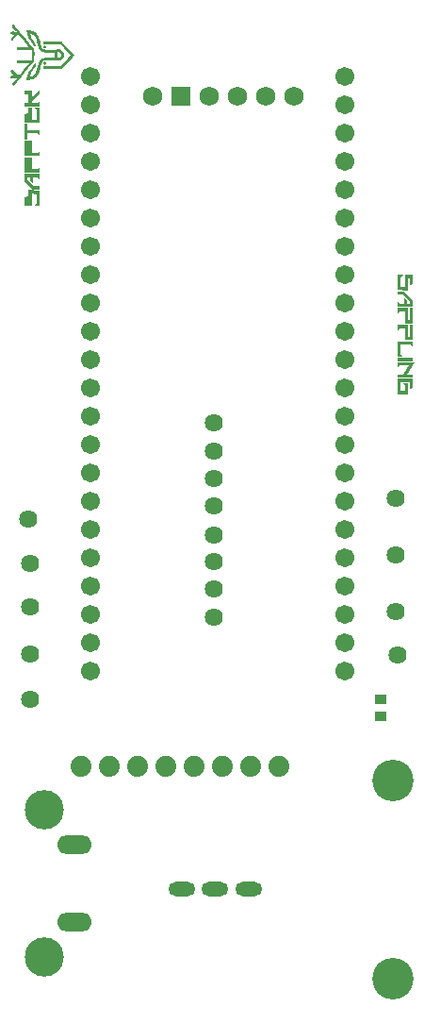
<source format=gts>
G04 Layer: TopSolderMaskLayer*
G04 EasyEDA v6.5.51, 2026-01-24 23:07:51*
G04 24400cab11b14a41ade87b5bf348eb15,64650944e1e6431b8ca2675abf886f56,10*
G04 Gerber Generator version 0.2*
G04 Scale: 100 percent, Rotated: No, Reflected: No *
G04 Dimensions in millimeters *
G04 leading zeros omitted , absolute positions ,4 integer and 5 decimal *
%FSLAX45Y45*%
%MOMM*%

%AMMACRO1*4,1,8,-0.4531,-0.454,-0.4829,-0.4241,-0.4829,0.4243,-0.4531,0.454,0.4529,0.454,0.4829,0.4243,0.4829,-0.4241,0.4529,-0.454,-0.4531,-0.454,0*%
%AMMACRO2*4,1,8,-0.8463,-0.876,-0.876,-0.8461,-0.876,0.8463,-0.8463,0.876,0.8461,0.876,0.876,0.8463,0.876,-0.8461,0.8461,-0.876,-0.8463,-0.876,0*%
%ADD10MACRO1*%
%ADD11C,1.7016*%
%ADD12C,3.7191*%
%ADD13O,3.11912X1.66116*%
%ADD14C,3.5192*%
%ADD15C,0.0136*%
%ADD16C,1.8796*%
%ADD17O,2.401595X1.301598*%
%ADD18C,1.6256*%
%ADD19C,1.7516*%
%ADD20MACRO2*%
%ADD21C,1.7520*%

%LPD*%
G36*
X751078Y5517184D02*
G01*
X746861Y5514695D01*
X744982Y5513019D01*
X742950Y5510123D01*
X742086Y5506313D01*
X743254Y5500878D01*
X744016Y5499049D01*
X747268Y5493512D01*
X760831Y5478119D01*
X767943Y5470652D01*
X771042Y5466943D01*
X777544Y5459933D01*
X782929Y5454751D01*
X782929Y5454396D01*
X739444Y5454700D01*
X732942Y5453532D01*
X729538Y5451398D01*
X726846Y5447842D01*
X725373Y5445506D01*
X724255Y5442051D01*
X725322Y5438546D01*
X726389Y5436209D01*
X730250Y5431536D01*
X734314Y5429504D01*
X755243Y5428996D01*
X762914Y5428488D01*
X762914Y5427268D01*
X759917Y5424576D01*
X734568Y5397906D01*
X731774Y5393486D01*
X731774Y5386679D01*
X733704Y5382463D01*
X737006Y5379161D01*
X740816Y5377230D01*
X747826Y5377129D01*
X751992Y5380075D01*
X781253Y5412486D01*
X797407Y5428538D01*
X798982Y5428538D01*
X805484Y5421782D01*
X821283Y5403646D01*
X826109Y5398516D01*
X837082Y5385968D01*
X843178Y5379415D01*
X850595Y5369661D01*
X861364Y5357672D01*
X863193Y5355183D01*
X868375Y5349189D01*
X879246Y5335930D01*
X895603Y5317337D01*
X796645Y5317642D01*
X792022Y5316778D01*
X788212Y5313832D01*
X784352Y5309412D01*
X783285Y5305450D01*
X783793Y5300827D01*
X785977Y5296712D01*
X788771Y5293766D01*
X791260Y5292140D01*
X917194Y5291836D01*
X918718Y5291226D01*
X919683Y5288737D01*
X920851Y5282692D01*
X920648Y5237073D01*
X918260Y5209133D01*
X918616Y5197856D01*
X909269Y5197195D01*
X792937Y5197500D01*
X789228Y5195722D01*
X784402Y5190845D01*
X782828Y5186070D01*
X783488Y5182616D01*
X784961Y5179364D01*
X790143Y5173980D01*
X793292Y5172608D01*
X894587Y5172608D01*
X894587Y5171846D01*
X892048Y5168544D01*
X871575Y5144058D01*
X863650Y5135168D01*
X823976Y5088178D01*
X809701Y5072380D01*
X798423Y5060950D01*
X797610Y5060950D01*
X792022Y5066334D01*
X775258Y5084927D01*
X761136Y5099354D01*
X752652Y5109108D01*
X749300Y5111140D01*
X743610Y5112207D01*
X738987Y5111140D01*
X735228Y5108956D01*
X731875Y5104485D01*
X730656Y5100523D01*
X731824Y5095341D01*
X733806Y5091582D01*
X737920Y5086756D01*
X755040Y5068620D01*
X763879Y5060950D01*
X763879Y5060137D01*
X735228Y5059680D01*
X731621Y5058562D01*
X726948Y5054193D01*
X724306Y5050078D01*
X724357Y5045811D01*
X726541Y5041646D01*
X730707Y5037277D01*
X734314Y5035804D01*
X783844Y5036058D01*
X783640Y5035448D01*
X773277Y5024424D01*
X761746Y5011420D01*
X754786Y5003038D01*
X744474Y4992319D01*
X743204Y4989982D01*
X741984Y4986731D01*
X741984Y4981600D01*
X743153Y4978349D01*
X745185Y4975098D01*
X747826Y4973167D01*
X750773Y4971643D01*
X756412Y4971643D01*
X760831Y4973675D01*
X766419Y4979314D01*
X778713Y4994808D01*
X779932Y4996027D01*
X787044Y5005374D01*
X811072Y5034534D01*
X825855Y5053279D01*
X836676Y5065826D01*
X842213Y5072837D01*
X850646Y5082590D01*
X873963Y5110530D01*
X885088Y5124450D01*
X889711Y5130596D01*
X906932Y5151120D01*
X924153Y5173218D01*
X930554Y5180787D01*
X938174Y5188661D01*
X940053Y5191455D01*
X941069Y5195671D01*
X942086Y5202174D01*
X942746Y5276138D01*
X941578Y5284063D01*
X940714Y5294325D01*
X939850Y5297576D01*
X938885Y5300014D01*
X929792Y5311038D01*
X927404Y5313375D01*
X920851Y5320893D01*
X904849Y5341569D01*
X896569Y5351678D01*
X884631Y5366816D01*
X872540Y5383174D01*
X867816Y5388305D01*
X861212Y5396230D01*
X846429Y5412943D01*
X842264Y5418074D01*
X831087Y5430977D01*
X812241Y5453888D01*
X802944Y5466181D01*
X802030Y5466740D01*
X796950Y5473446D01*
X771093Y5503570D01*
X766978Y5509717D01*
X763219Y5514695D01*
X758952Y5517184D01*
G37*
G36*
X873861Y5470093D02*
G01*
X870407Y5469432D01*
X870407Y5464708D01*
X876909Y5438800D01*
X881075Y5423916D01*
X885088Y5411114D01*
X888542Y5401970D01*
X893216Y5392470D01*
X897585Y5385054D01*
X901293Y5379466D01*
X901903Y5379008D01*
X909624Y5367832D01*
X917651Y5357114D01*
X929741Y5342280D01*
X941374Y5330545D01*
X945083Y5327294D01*
X949299Y5324094D01*
X949858Y5323281D01*
X951585Y5323636D01*
X952195Y5326430D01*
X952296Y5341569D01*
X950315Y5349697D01*
X949299Y5351983D01*
X937412Y5369661D01*
X927404Y5382717D01*
X923442Y5388457D01*
X923442Y5389067D01*
X919886Y5394350D01*
X916787Y5399938D01*
X913739Y5405983D01*
X910844Y5413908D01*
X904036Y5435752D01*
X903478Y5438800D01*
X906678Y5438800D01*
X907237Y5437835D01*
X909675Y5437835D01*
X916686Y5435854D01*
X933602Y5428132D01*
X941679Y5421325D01*
X944168Y5418988D01*
X951280Y5410606D01*
X956411Y5401716D01*
X958748Y5396687D01*
X960323Y5392013D01*
X963930Y5377586D01*
X967638Y5358028D01*
X970381Y5347817D01*
X975512Y5332476D01*
X979474Y5319877D01*
X983538Y5309666D01*
X989431Y5298389D01*
X993190Y5292242D01*
X997610Y5286502D01*
X1002792Y5281371D01*
X1012850Y5274970D01*
X1015796Y5273344D01*
X1029766Y5268620D01*
X1035354Y5267604D01*
X1046073Y5266486D01*
X1060043Y5267096D01*
X1125067Y5267655D01*
X1124458Y5266080D01*
X1124458Y5222900D01*
X1060958Y5222900D01*
X1043279Y5221986D01*
X1034186Y5220512D01*
X1027625Y5218938D01*
X1148588Y5218938D01*
X1149096Y5233822D01*
X1149705Y5273497D01*
X1164590Y5274157D01*
X1177290Y5260797D01*
X1181049Y5256174D01*
X1184757Y5250586D01*
X1186129Y5247843D01*
X1186078Y5242661D01*
X1182725Y5236159D01*
X1176477Y5228234D01*
X1171651Y5223103D01*
X1166418Y5218226D01*
X1149299Y5218226D01*
X1148588Y5218938D01*
X1027625Y5218938D01*
X1019556Y5216347D01*
X1009802Y5211622D01*
X1005586Y5208778D01*
X1000963Y5204968D01*
X997864Y5201818D01*
X992479Y5195214D01*
X987501Y5187746D01*
X982218Y5177536D01*
X977798Y5165902D01*
X973328Y5151018D01*
X969873Y5137962D01*
X968603Y5134457D01*
X965352Y5118404D01*
X964285Y5111902D01*
X958697Y5093309D01*
X953058Y5081219D01*
X948486Y5074310D01*
X941527Y5067046D01*
X935329Y5062016D01*
X931113Y5059527D01*
X919480Y5054041D01*
X915314Y5052720D01*
X906475Y5050790D01*
X902055Y5050282D01*
X902055Y5050739D01*
X905916Y5063540D01*
X909878Y5075682D01*
X914349Y5087264D01*
X916787Y5091887D01*
X919734Y5096814D01*
X919734Y5097272D01*
X924915Y5105603D01*
X926033Y5106771D01*
X932078Y5115255D01*
X947470Y5133848D01*
X950518Y5138216D01*
X951992Y5141671D01*
X953211Y5149138D01*
X953262Y5168493D01*
X951890Y5169001D01*
X948842Y5166868D01*
X931976Y5149596D01*
X917092Y5132374D01*
X910183Y5123484D01*
X904798Y5115610D01*
X897585Y5104485D01*
X889203Y5089093D01*
X885901Y5081219D01*
X883513Y5074208D01*
X880618Y5063998D01*
X877874Y5056073D01*
X873760Y5039766D01*
X868578Y5021884D01*
X868578Y5020106D01*
X871982Y5019497D01*
X885545Y5020056D01*
X892962Y5021021D01*
X908354Y5023866D01*
X915314Y5025644D01*
X928827Y5030368D01*
X938428Y5034940D01*
X947419Y5040731D01*
X954887Y5046268D01*
X965200Y5056581D01*
X971854Y5066487D01*
X977950Y5077917D01*
X983030Y5088890D01*
X983030Y5089347D01*
X985570Y5095392D01*
X990092Y5109108D01*
X993343Y5122367D01*
X995121Y5131206D01*
X1000760Y5155438D01*
X1003604Y5165902D01*
X1006449Y5173319D01*
X1010666Y5180787D01*
X1018133Y5189474D01*
X1024839Y5194046D01*
X1025347Y5194046D01*
X1029309Y5195824D01*
X1036777Y5197906D01*
X1103274Y5197652D01*
X1133652Y5197043D01*
X1134922Y5196078D01*
X1138682Y5195011D01*
X1143762Y5194046D01*
X1155090Y5193131D01*
X1164234Y5194046D01*
X1168450Y5195062D01*
X1174038Y5196941D01*
X1178204Y5198872D01*
X1186129Y5204002D01*
X1200150Y5218023D01*
X1205280Y5225897D01*
X1208125Y5233365D01*
X1209090Y5237073D01*
X1210208Y5242915D01*
X1208735Y5255209D01*
X1206601Y5263134D01*
X1204315Y5268264D01*
X1201470Y5271973D01*
X1192631Y5281117D01*
X1183792Y5288788D01*
X1179525Y5291683D01*
X1173327Y5294528D01*
X1172006Y5294528D01*
X1171498Y5295341D01*
X1161694Y5296865D01*
X1151229Y5295950D01*
X1130300Y5292902D01*
X1044194Y5292902D01*
X1035812Y5294020D01*
X1028852Y5295798D01*
X1023366Y5298287D01*
X1019098Y5301234D01*
X1013612Y5306415D01*
X1009243Y5312918D01*
X1005332Y5322163D01*
X1005332Y5323890D01*
X1004519Y5325465D01*
X997356Y5350611D01*
X993343Y5366918D01*
X988263Y5385968D01*
X984453Y5396230D01*
X977087Y5413908D01*
X974598Y5419394D01*
X969467Y5428081D01*
X966114Y5432501D01*
X960069Y5439714D01*
X946658Y5450636D01*
X939495Y5455056D01*
X933856Y5457799D01*
X928827Y5459831D01*
X923239Y5461609D01*
X909269Y5465216D01*
X897178Y5467756D01*
X886612Y5469534D01*
G37*
G36*
X1021181Y5367172D02*
G01*
X1021181Y5360365D01*
X1022553Y5353405D01*
X1023975Y5348020D01*
X1025398Y5345785D01*
X1028852Y5344160D01*
X1033526Y5343296D01*
X1050239Y5341569D01*
X1106576Y5340604D01*
X1176375Y5340604D01*
X1178306Y5340096D01*
X1180033Y5337098D01*
X1207160Y5309666D01*
X1272438Y5244795D01*
X1272438Y5243880D01*
X1242517Y5214721D01*
X1184148Y5155996D01*
X1178509Y5147665D01*
X1138682Y5146954D01*
X1083310Y5146598D01*
X1048410Y5143804D01*
X1039571Y5143804D01*
X1027937Y5142788D01*
X1023721Y5141671D01*
X1022603Y5139283D01*
X1021130Y5131460D01*
X1019302Y5124196D01*
X1019302Y5122875D01*
X1020470Y5122164D01*
X1053998Y5122418D01*
X1075385Y5123332D01*
X1186738Y5123332D01*
X1190396Y5128209D01*
X1208938Y5146802D01*
X1219606Y5157978D01*
X1281531Y5220766D01*
X1288948Y5228691D01*
X1292656Y5233365D01*
X1303121Y5243779D01*
X1303121Y5245506D01*
X1297330Y5252415D01*
X1291640Y5258460D01*
X1288034Y5262676D01*
X1259179Y5292445D01*
X1227937Y5324094D01*
X1210360Y5340858D01*
X1191717Y5359450D01*
X1190244Y5361533D01*
X1187500Y5367172D01*
X1168908Y5365546D01*
X1118209Y5365800D01*
X1033526Y5366715D01*
G37*
G36*
X1035964Y5330444D02*
G01*
X1030884Y5329834D01*
X1025144Y5325922D01*
X1022096Y5321401D01*
X1022146Y5315712D01*
X1023924Y5312003D01*
X1025144Y5310530D01*
X1029309Y5307736D01*
X1032560Y5306415D01*
X1038606Y5306466D01*
X1043279Y5308701D01*
X1045921Y5311038D01*
X1048207Y5315712D01*
X1048207Y5321960D01*
X1045464Y5325973D01*
X1043279Y5327954D01*
X1039063Y5329783D01*
G37*
G36*
X1033221Y5183784D02*
G01*
X1029411Y5181854D01*
X1025042Y5177282D01*
X1023061Y5173319D01*
X1022096Y5169611D01*
X1023264Y5165394D01*
X1024534Y5163108D01*
X1026464Y5160975D01*
X1031189Y5158740D01*
X1035100Y5157622D01*
X1039571Y5158841D01*
X1043025Y5160772D01*
X1046175Y5163718D01*
X1049070Y5169458D01*
X1049070Y5174894D01*
X1046987Y5178806D01*
X1043381Y5181904D01*
X1039317Y5183784D01*
G37*
G36*
X990600Y4938014D02*
G01*
X921258Y4868418D01*
X921258Y4923028D01*
X851662Y4923028D01*
X851662Y4893310D01*
X891286Y4893310D01*
X891286Y4813808D01*
X851662Y4813808D01*
X851662Y4784090D01*
X990600Y4784090D01*
X990600Y4833620D01*
X970787Y4813808D01*
X921258Y4813808D01*
X921258Y4826508D01*
X990600Y4895850D01*
G37*
G36*
X891286Y4774184D02*
G01*
X891286Y4664964D01*
X881380Y4664964D01*
X881380Y4724654D01*
X851662Y4714748D01*
X851662Y4635246D01*
X990600Y4635246D01*
X990600Y4774184D01*
X941069Y4774184D01*
X960882Y4754372D01*
X960882Y4664964D01*
X921258Y4664964D01*
X921258Y4774184D01*
G37*
G36*
X851662Y4625340D02*
G01*
X851662Y4486402D01*
X881380Y4486402D01*
X881380Y4541012D01*
X970787Y4541012D01*
X990600Y4521200D01*
X990600Y4570730D01*
X881380Y4570730D01*
X881380Y4625340D01*
G37*
G36*
X851662Y4476496D02*
G01*
X851662Y4337558D01*
X881380Y4337558D01*
X881380Y4446778D01*
X891286Y4446778D01*
X891286Y4337558D01*
X990600Y4337558D01*
X990600Y4387342D01*
X970787Y4367530D01*
X921258Y4367530D01*
X921258Y4476496D01*
G37*
G36*
X851662Y4327652D02*
G01*
X851662Y4188714D01*
X881380Y4188714D01*
X881380Y4297934D01*
X891286Y4297934D01*
X891286Y4188714D01*
X990600Y4188714D01*
X990600Y4238498D01*
X970787Y4218686D01*
X921258Y4218686D01*
X921258Y4327652D01*
G37*
G36*
X851662Y4178808D02*
G01*
X851662Y4113276D01*
X924814Y4039870D01*
X990600Y4039870D01*
X990600Y4069842D01*
X937260Y4069842D01*
X881380Y4125468D01*
X881380Y4149090D01*
X901192Y4149090D01*
X901192Y4117594D01*
X929386Y4089654D01*
X931164Y4089654D01*
X931164Y4149090D01*
X970787Y4149090D01*
X990600Y4129278D01*
X990600Y4178808D01*
G37*
G36*
X891286Y4035044D02*
G01*
X891286Y3920998D01*
X881380Y3920998D01*
X881380Y3980434D01*
X851662Y3970528D01*
X851662Y3891279D01*
X921258Y3891279D01*
X921258Y4002278D01*
X960882Y3998214D01*
X960882Y3911092D01*
X941069Y3891279D01*
X990600Y3891279D01*
X990600Y4025137D01*
G37*
G36*
X4203700Y3271520D02*
G01*
X4203700Y3137662D01*
X4303014Y3127756D01*
X4303014Y3241802D01*
X4312920Y3241802D01*
X4312920Y3182366D01*
X4342638Y3192272D01*
X4342638Y3271520D01*
X4273042Y3271520D01*
X4273042Y3160522D01*
X4233418Y3164586D01*
X4233418Y3251708D01*
X4253230Y3271520D01*
G37*
G36*
X4203700Y3122930D02*
G01*
X4203700Y3092958D01*
X4257040Y3092958D01*
X4312920Y3037332D01*
X4312920Y3013710D01*
X4293108Y3013710D01*
X4293108Y3045206D01*
X4264914Y3073146D01*
X4263136Y3073146D01*
X4263136Y3013710D01*
X4223512Y3013710D01*
X4203700Y3033522D01*
X4203700Y2983992D01*
X4342638Y2983992D01*
X4342638Y3049524D01*
X4269486Y3122930D01*
G37*
G36*
X4203700Y2974086D02*
G01*
X4203700Y2924302D01*
X4223512Y2944114D01*
X4273042Y2944114D01*
X4273042Y2835148D01*
X4342638Y2835148D01*
X4342638Y2974086D01*
X4312920Y2974086D01*
X4312920Y2864866D01*
X4303014Y2864866D01*
X4303014Y2974086D01*
G37*
G36*
X4203700Y2825242D02*
G01*
X4203700Y2775458D01*
X4223512Y2795270D01*
X4273042Y2795270D01*
X4273042Y2686304D01*
X4342638Y2686304D01*
X4342638Y2825242D01*
X4312920Y2825242D01*
X4312920Y2716022D01*
X4303014Y2716022D01*
X4303014Y2825242D01*
G37*
G36*
X4203700Y2676398D02*
G01*
X4203700Y2537460D01*
X4253230Y2537460D01*
X4233418Y2557272D01*
X4233418Y2646680D01*
X4322826Y2646680D01*
X4342638Y2626614D01*
X4342638Y2676398D01*
G37*
G36*
X4203700Y2527554D02*
G01*
X4203700Y2497836D01*
X4342638Y2497836D01*
X4342638Y2527554D01*
G37*
G36*
X4203700Y2487930D02*
G01*
X4203700Y2438146D01*
X4223512Y2457958D01*
X4304792Y2457958D01*
X4258818Y2378710D01*
X4203700Y2378710D01*
X4203700Y2348992D01*
X4342638Y2348992D01*
X4342638Y2378710D01*
X4293108Y2378710D01*
X4356100Y2487930D01*
G37*
G36*
X4203700Y2339086D02*
G01*
X4203700Y2200148D01*
X4303014Y2200148D01*
X4303014Y2299208D01*
X4253230Y2299208D01*
X4273042Y2279396D01*
X4273042Y2229866D01*
X4233418Y2229866D01*
X4233418Y2309114D01*
X4312920Y2309114D01*
X4312920Y2249678D01*
X4342638Y2259584D01*
X4342638Y2339086D01*
G37*
D10*
G01*
X4051300Y-534276D03*
G01*
X4051300Y-684923D03*
D11*
G01*
X3733800Y-279397D03*
G01*
X3733800Y-25397D03*
G01*
X3733800Y228602D03*
G01*
X3733800Y482602D03*
G01*
X3733800Y736602D03*
G01*
X3733800Y990602D03*
G01*
X3733800Y1244602D03*
G01*
X3733800Y1498602D03*
G01*
X3733800Y1752602D03*
G01*
X3733800Y2006602D03*
G01*
X3733800Y2260602D03*
G01*
X3733800Y2514602D03*
G01*
X3733800Y2768602D03*
G01*
X3733800Y3022602D03*
G01*
X3733800Y3276602D03*
G01*
X3733800Y3530602D03*
G01*
X3733800Y3784602D03*
G01*
X3733800Y4038602D03*
G01*
X3733800Y4292602D03*
G01*
X3733800Y4546602D03*
G01*
X3733800Y4800602D03*
G01*
X3733800Y5054602D03*
G01*
X1447800Y5054602D03*
G01*
X1447800Y4800602D03*
G01*
X1447800Y4546602D03*
G01*
X1447800Y4292602D03*
G01*
X1447800Y4038602D03*
G01*
X1447800Y3784602D03*
G01*
X1447800Y3530602D03*
G01*
X1447800Y3276602D03*
G01*
X1447800Y3022602D03*
G01*
X1447800Y2768602D03*
G01*
X1447800Y2514602D03*
G01*
X1447800Y2260602D03*
G01*
X1447800Y2006602D03*
G01*
X1447800Y1752602D03*
G01*
X1447800Y1498602D03*
G01*
X1447800Y1244602D03*
G01*
X1447800Y990602D03*
G01*
X1447800Y736602D03*
G01*
X1447800Y482602D03*
G01*
X1447800Y228602D03*
G01*
X1447800Y-25397D03*
G01*
X1447800Y-279397D03*
D12*
G01*
X4166997Y-3043402D03*
G01*
X4166997Y-1265402D03*
D13*
G01*
X1301114Y-1836140D03*
G01*
X1301114Y-2536139D03*
D14*
G01*
X1030096Y-1529156D03*
G01*
X1030096Y-2843148D03*
D16*
G01*
X3138297Y-1138402D03*
G01*
X2884297Y-1138402D03*
G01*
X2630297Y-1138402D03*
G01*
X2376297Y-1138402D03*
G01*
X2122297Y-1138402D03*
G01*
X1868296Y-1138402D03*
G01*
X1614296Y-1138402D03*
G01*
X1360296Y-1138402D03*
D17*
G01*
X2865399Y-2235200D03*
G01*
X2565400Y-2235200D03*
G01*
X2265400Y-2235200D03*
D18*
G01*
X2552700Y1694535D03*
G01*
X2552700Y1445996D03*
G01*
X2552700Y1197432D03*
G01*
X2552700Y939800D03*
G01*
X2552700Y700303D03*
G01*
X2552700Y451764D03*
G01*
X2552700Y203200D03*
G01*
X2552700Y1943100D03*
D19*
G01*
X3276345Y4877054D03*
G01*
X3022345Y4877054D03*
G01*
X2768600Y4876545D03*
G01*
X2514600Y4877307D03*
D20*
G01*
X2260600Y4877307D03*
D21*
G01*
X2006600Y4876800D03*
D18*
G01*
X889002Y1079497D03*
G01*
X901702Y685797D03*
G01*
X901702Y292097D03*
G01*
X901702Y-127002D03*
G01*
X901702Y-533402D03*
G01*
X4191002Y1269997D03*
G01*
X4191002Y761997D03*
G01*
X4191002Y253997D03*
G01*
X4203702Y-139702D03*
M02*

</source>
